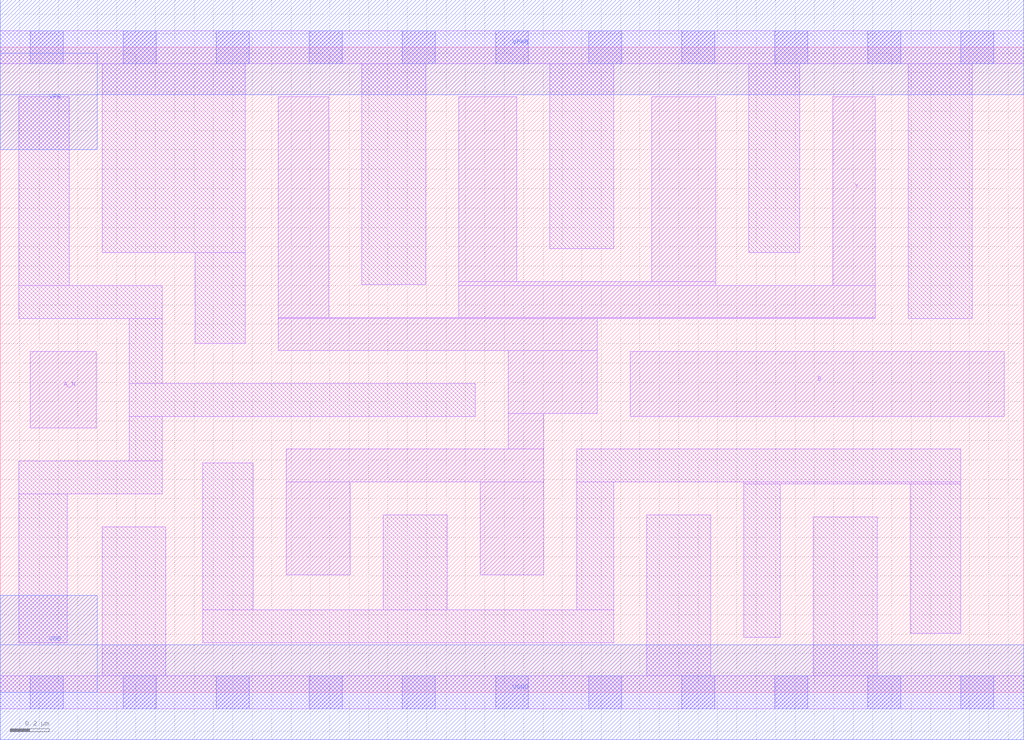
<source format=lef>
# Copyright 2020 The SkyWater PDK Authors
#
# Licensed under the Apache License, Version 2.0 (the "License");
# you may not use this file except in compliance with the License.
# You may obtain a copy of the License at
#
#     https://www.apache.org/licenses/LICENSE-2.0
#
# Unless required by applicable law or agreed to in writing, software
# distributed under the License is distributed on an "AS IS" BASIS,
# WITHOUT WARRANTIES OR CONDITIONS OF ANY KIND, either express or implied.
# See the License for the specific language governing permissions and
# limitations under the License.
#
# SPDX-License-Identifier: Apache-2.0

VERSION 5.5 ;
NAMESCASESENSITIVE ON ;
BUSBITCHARS "[]" ;
DIVIDERCHAR "/" ;
MACRO sky130_fd_sc_lp__nand2b_4
  CLASS CORE ;
  SOURCE USER ;
  ORIGIN  0.000000  0.000000 ;
  SIZE  5.280000 BY  3.330000 ;
  SYMMETRY X Y R90 ;
  SITE unit ;
  PIN A_N
    ANTENNAGATEAREA  0.315000 ;
    DIRECTION INPUT ;
    USE SIGNAL ;
    PORT
      LAYER li1 ;
        RECT 0.155000 1.365000 0.495000 1.760000 ;
    END
  END A_N
  PIN B
    ANTENNAGATEAREA  1.260000 ;
    DIRECTION INPUT ;
    USE SIGNAL ;
    PORT
      LAYER li1 ;
        RECT 3.250000 1.425000 5.180000 1.760000 ;
    END
  END B
  PIN Y
    ANTENNADIFFAREA  2.016000 ;
    DIRECTION OUTPUT ;
    USE SIGNAL ;
    PORT
      LAYER li1 ;
        RECT 1.435000 1.765000 3.080000 1.930000 ;
        RECT 1.435000 1.930000 4.515000 1.935000 ;
        RECT 1.435000 1.935000 1.695000 3.075000 ;
        RECT 1.475000 0.605000 1.805000 1.085000 ;
        RECT 1.475000 1.085000 2.805000 1.255000 ;
        RECT 2.365000 1.935000 4.515000 2.100000 ;
        RECT 2.365000 2.100000 3.690000 2.120000 ;
        RECT 2.365000 2.120000 2.665000 3.075000 ;
        RECT 2.475000 0.605000 2.805000 1.085000 ;
        RECT 2.620000 1.255000 2.805000 1.440000 ;
        RECT 2.620000 1.440000 3.080000 1.765000 ;
        RECT 3.360000 2.120000 3.690000 3.075000 ;
        RECT 4.295000 2.100000 4.515000 3.075000 ;
    END
  END Y
  PIN VGND
    DIRECTION INOUT ;
    USE GROUND ;
    PORT
      LAYER met1 ;
        RECT 0.000000 -0.245000 5.280000 0.245000 ;
    END
  END VGND
  PIN VNB
    DIRECTION INOUT ;
    USE GROUND ;
    PORT
      LAYER met1 ;
        RECT 0.000000 0.000000 0.500000 0.500000 ;
    END
  END VNB
  PIN VPB
    DIRECTION INOUT ;
    USE POWER ;
    PORT
      LAYER met1 ;
        RECT 0.000000 2.800000 0.500000 3.300000 ;
    END
  END VPB
  PIN VPWR
    DIRECTION INOUT ;
    USE POWER ;
    PORT
      LAYER met1 ;
        RECT 0.000000 3.085000 5.280000 3.575000 ;
    END
  END VPWR
  OBS
    LAYER li1 ;
      RECT 0.000000 -0.085000 5.280000 0.085000 ;
      RECT 0.000000  3.245000 5.280000 3.415000 ;
      RECT 0.095000  0.255000 0.345000 1.025000 ;
      RECT 0.095000  1.025000 0.835000 1.195000 ;
      RECT 0.095000  1.930000 0.835000 2.100000 ;
      RECT 0.095000  2.100000 0.355000 3.075000 ;
      RECT 0.525000  0.085000 0.855000 0.855000 ;
      RECT 0.525000  2.270000 1.265000 3.245000 ;
      RECT 0.665000  1.195000 0.835000 1.425000 ;
      RECT 0.665000  1.425000 2.450000 1.595000 ;
      RECT 0.665000  1.595000 0.835000 1.930000 ;
      RECT 1.005000  1.800000 1.265000 2.270000 ;
      RECT 1.045000  0.255000 3.165000 0.425000 ;
      RECT 1.045000  0.425000 1.305000 1.185000 ;
      RECT 1.865000  2.105000 2.195000 3.245000 ;
      RECT 1.975000  0.425000 2.305000 0.915000 ;
      RECT 2.835000  2.290000 3.165000 3.245000 ;
      RECT 2.975000  0.425000 3.165000 1.085000 ;
      RECT 2.975000  1.085000 4.955000 1.255000 ;
      RECT 3.335000  0.085000 3.665000 0.915000 ;
      RECT 3.835000  0.285000 4.025000 1.075000 ;
      RECT 3.835000  1.075000 4.955000 1.085000 ;
      RECT 3.860000  2.270000 4.125000 3.245000 ;
      RECT 4.195000  0.085000 4.525000 0.905000 ;
      RECT 4.685000  1.930000 5.015000 3.245000 ;
      RECT 4.695000  0.305000 4.955000 1.075000 ;
    LAYER mcon ;
      RECT 0.155000 -0.085000 0.325000 0.085000 ;
      RECT 0.155000  3.245000 0.325000 3.415000 ;
      RECT 0.635000 -0.085000 0.805000 0.085000 ;
      RECT 0.635000  3.245000 0.805000 3.415000 ;
      RECT 1.115000 -0.085000 1.285000 0.085000 ;
      RECT 1.115000  3.245000 1.285000 3.415000 ;
      RECT 1.595000 -0.085000 1.765000 0.085000 ;
      RECT 1.595000  3.245000 1.765000 3.415000 ;
      RECT 2.075000 -0.085000 2.245000 0.085000 ;
      RECT 2.075000  3.245000 2.245000 3.415000 ;
      RECT 2.555000 -0.085000 2.725000 0.085000 ;
      RECT 2.555000  3.245000 2.725000 3.415000 ;
      RECT 3.035000 -0.085000 3.205000 0.085000 ;
      RECT 3.035000  3.245000 3.205000 3.415000 ;
      RECT 3.515000 -0.085000 3.685000 0.085000 ;
      RECT 3.515000  3.245000 3.685000 3.415000 ;
      RECT 3.995000 -0.085000 4.165000 0.085000 ;
      RECT 3.995000  3.245000 4.165000 3.415000 ;
      RECT 4.475000 -0.085000 4.645000 0.085000 ;
      RECT 4.475000  3.245000 4.645000 3.415000 ;
      RECT 4.955000 -0.085000 5.125000 0.085000 ;
      RECT 4.955000  3.245000 5.125000 3.415000 ;
  END
END sky130_fd_sc_lp__nand2b_4

</source>
